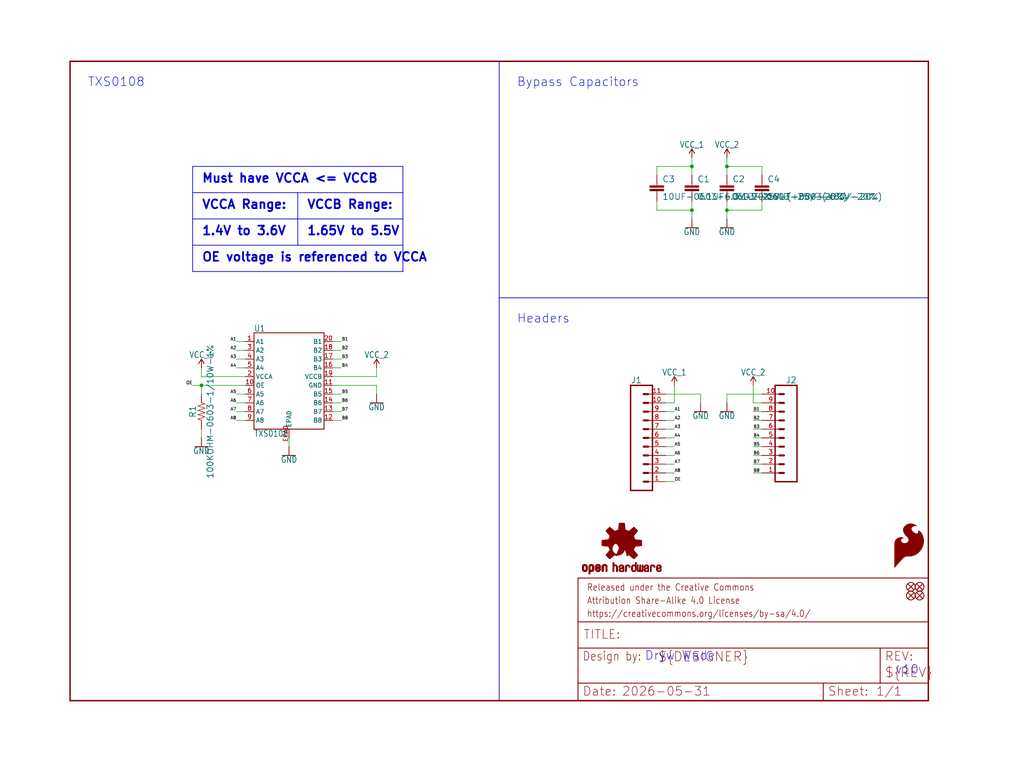
<source format=kicad_sch>
(kicad_sch (version 20230121) (generator eeschema)
  (paper "User" 297.002 223.926)
  (lib_symbols
    (symbol "working-eagle-import:0.1UF-0603-25V-(+80/-20%)"
      (property "Reference" "C" (at 1.524 2.921 0))
      (symbol "0.1UF-0603-25V-(+80/-20%)_1_0"
        (pin passive line (at 0 5.08 270) (length 2.54) (name "1") (number "1"))
        (pin passive line (at 0 -2.54 90) (length 2.54) (name "2") (number "2"))
      )
    )
    (symbol "working-eagle-import:100KOHM-0603-1/10W-1%"
      (property "Reference" "R" (at 0 1.524 0))
      (symbol "100KOHM-0603-1/10W-1%_1_0"
        (pin passive line (at -5.08 0 0) (length 2.54) (name "1") (number "1"))
        (pin passive line (at 5.08 0 180) (length 2.54) (name "2") (number "2"))
      )
    )
    (symbol "working-eagle-import:10UF-0603-6.3V-20%"
      (property "Reference" "C" (at 1.524 2.921 0))
      (symbol "10UF-0603-6.3V-20%_1_0"
        (pin passive line (at 0 5.08 270) (length 2.54) (name "1") (number "1"))
        (pin passive line (at 0 -2.54 90) (length 2.54) (name "2") (number "2"))
      )
    )
    (symbol "working-eagle-import:CONN_10NO_SILK_PTH_FEMALE"
      (property "Reference" "J" (at 0 8.128 0))
      (symbol "CONN_10NO_SILK_PTH_FEMALE_1_0"
        (pin passive line (at 10.16 -17.78 180) (length 5.08) (name "1") (number "1"))
        (pin passive line (at 10.16 5.08 180) (length 5.08) (name "10") (number "10"))
        (pin passive line (at 10.16 -15.24 180) (length 5.08) (name "2") (number "2"))
        (pin passive line (at 10.16 -12.7 180) (length 5.08) (name "3") (number "3"))
        (pin passive line (at 10.16 -10.16 180) (length 5.08) (name "4") (number "4"))
        (pin passive line (at 10.16 -7.62 180) (length 5.08) (name "5") (number "5"))
        (pin passive line (at 10.16 -5.08 180) (length 5.08) (name "6") (number "6"))
        (pin passive line (at 10.16 -2.54 180) (length 5.08) (name "7") (number "7"))
        (pin passive line (at 10.16 0 180) (length 5.08) (name "8") (number "8"))
        (pin passive line (at 10.16 2.54 180) (length 5.08) (name "9") (number "9"))
      )
    )
    (symbol "working-eagle-import:CONN_111X11_NO_SILK"
      (property "Reference" "J" (at 0 15.748 0))
      (symbol "CONN_111X11_NO_SILK_1_0"
        (pin passive line (at 10.16 -12.7 180) (length 5.08) (name "1") (number "1"))
        (pin passive line (at 10.16 10.16 180) (length 5.08) (name "10") (number "10"))
        (pin passive line (at 10.16 12.7 180) (length 5.08) (name "11") (number "11"))
        (pin passive line (at 10.16 -10.16 180) (length 5.08) (name "2") (number "2"))
        (pin passive line (at 10.16 -7.62 180) (length 5.08) (name "3") (number "3"))
        (pin passive line (at 10.16 -5.08 180) (length 5.08) (name "4") (number "4"))
        (pin passive line (at 10.16 -2.54 180) (length 5.08) (name "5") (number "5"))
        (pin passive line (at 10.16 0 180) (length 5.08) (name "6") (number "6"))
        (pin passive line (at 10.16 2.54 180) (length 5.08) (name "7") (number "7"))
        (pin passive line (at 10.16 5.08 180) (length 5.08) (name "8") (number "8"))
        (pin passive line (at 10.16 7.62 180) (length 5.08) (name "9") (number "9"))
      )
    )
    (symbol "working-eagle-import:FIDUCIAL1X2")
    (symbol "working-eagle-import:FRAME-LETTER"
      (symbol "FRAME-LETTER_2_0"
        (text "${#}/${##}" (at 86.36 1.27 0) (effects (font (size 2.54 2.54)) (justify left bottom)))
        (text "${CURRENT_DATE}" (at 12.7 1.27 0) (effects (font (size 2.54 2.54)) (justify left bottom)))
        (text "${DESIGNER}" (at 23.114 11.176 0) (effects (font (size 2.7432 2.7432)) (justify left bottom)))
        (text "${PROJECTNAME}" (at 15.494 17.78 0) (effects (font (size 2.7432 2.7432)) (justify left bottom)))
        (text "${REV}" (at 88.9 6.604 0) (effects (font (size 2.7432 2.7432)) (justify left bottom)))
        (text "Attribution Share-Alike 4.0 License" (at 2.54 27.94 0) (effects (font (size 1.9304 1.6408)) (justify left bottom)))
        (text "Date:" (at 1.27 1.27 0) (effects (font (size 2.54 2.54)) (justify left bottom)))
        (text "Design by:" (at 1.27 11.43 0) (effects (font (size 2.54 2.159)) (justify left bottom)))
        (text "https://creativecommons.org/licenses/by-sa/4.0/" (at 2.54 24.13 0) (effects (font (size 1.9304 1.6408)) (justify left bottom)))
        (text "Released under the Creative Commons" (at 2.54 31.75 0) (effects (font (size 1.9304 1.6408)) (justify left bottom)))
        (text "REV:" (at 88.9 11.43 0) (effects (font (size 2.54 2.54)) (justify left bottom)))
        (text "Sheet:" (at 72.39 1.27 0) (effects (font (size 2.54 2.54)) (justify left bottom)))
        (text "TITLE:" (at 1.524 17.78 0) (effects (font (size 2.54 2.54)) (justify left bottom)))
      )
    )
    (symbol "working-eagle-import:GND" (power)
      (property "Value" "GND" (at 0 -0.254 0))
      (symbol "GND_1_0"
        (pin power_in line (at 0 2.54 270) (length 2.54) (name "GND") (number "1"))
      )
    )
    (symbol "working-eagle-import:OSHW-LOGOS")
    (symbol "working-eagle-import:SFE_LOGO_FLAME.1_INCH")
    (symbol "working-eagle-import:TXS0108-VFQFN_20"
      (property "Reference" "U" (at -10.16 13.97 0))
      (symbol "TXS0108-VFQFN_20_1_0"
        (pin bidirectional line (at -12.7 10.16 0) (length 2.54) (name "A1") (number "1"))
        (pin bidirectional line (at -12.7 -2.54 0) (length 2.54) (name "OE") (number "10"))
        (pin bidirectional line (at 12.7 -2.54 180) (length 2.54) (name "GND") (number "11"))
        (pin bidirectional line (at 12.7 -12.7 180) (length 2.54) (name "B8") (number "12"))
        (pin bidirectional line (at 12.7 -10.16 180) (length 2.54) (name "B7") (number "13"))
        (pin bidirectional line (at 12.7 -7.62 180) (length 2.54) (name "B6") (number "14"))
        (pin bidirectional line (at 12.7 -5.08 180) (length 2.54) (name "B5") (number "15"))
        (pin bidirectional line (at 12.7 2.54 180) (length 2.54) (name "B4") (number "16"))
        (pin bidirectional line (at 12.7 5.08 180) (length 2.54) (name "B3") (number "17"))
        (pin bidirectional line (at 12.7 7.62 180) (length 2.54) (name "B2") (number "18"))
        (pin bidirectional line (at 12.7 0 180) (length 2.54) (name "VCCB") (number "19"))
        (pin bidirectional line (at -12.7 0 0) (length 2.54) (name "VCCA") (number "2"))
        (pin bidirectional line (at 12.7 10.16 180) (length 2.54) (name "B1") (number "20"))
        (pin bidirectional line (at -12.7 7.62 0) (length 2.54) (name "A2") (number "3"))
        (pin bidirectional line (at -12.7 5.08 0) (length 2.54) (name "A3") (number "4"))
        (pin bidirectional line (at -12.7 2.54 0) (length 2.54) (name "A4") (number "5"))
        (pin bidirectional line (at -12.7 -5.08 0) (length 2.54) (name "A5") (number "6"))
        (pin bidirectional line (at -12.7 -7.62 0) (length 2.54) (name "A6") (number "7"))
        (pin bidirectional line (at -12.7 -10.16 0) (length 2.54) (name "A7") (number "8"))
        (pin bidirectional line (at -12.7 -12.7 0) (length 2.54) (name "A8") (number "9"))
        (pin bidirectional line (at 0 -17.78 90) (length 2.54) (name "EPAD") (number "EPAD"))
      )
    )
    (symbol "working-eagle-import:VCC_1" (power)
      (property "Value" "VCC_1" (at 0 2.794 0))
      (symbol "VCC_1_1_0"
        (pin power_in line (at 0 0 90) (length 2.54) (name "VCC_1") (number "1"))
      )
    )
    (symbol "working-eagle-import:VCC_2" (power)
      (property "Value" "VCC_2" (at 0 2.794 0))
      (symbol "VCC_2_1_0"
        (pin power_in line (at 0 0 90) (length 2.54) (name "VCC_2") (number "1"))
      )
    )
  )
  (junction (at 200.66 48.26))
  (junction (at 200.66 60.96))
  (junction (at 58.42 111.76))
  (junction (at 210.82 48.26))
  (junction (at 210.82 60.96))
  (wire (pts (xy 71.12 99.06) (xy 68.58 99.06)) (stroke (width 0.1524)))
  (polyline (pts (xy 55.88 63.5) (xy 55.88 71.12)) (stroke (width 0.2032) (type solid)))
  (wire (pts (xy 96.52 114.3) (xy 99.06 114.3)) (stroke (width 0.1524)))
  (wire (pts (xy 193.04 139.7) (xy 195.58 139.7)) (stroke (width 0.1524)))
  (wire (pts (xy 193.04 121.92) (xy 195.58 121.92)) (stroke (width 0.1524)))
  (polyline (pts (xy 55.88 55.88) (xy 86.36 55.88)) (stroke (width 0.2032) (type solid)))
  (wire (pts (xy 220.98 119.38) (xy 218.44 119.38)) (stroke (width 0.1524)))
  (wire (pts (xy 195.58 116.84) (xy 195.58 111.76)) (stroke (width 0.1524)))
  (wire (pts (xy 71.12 101.6) (xy 68.58 101.6)) (stroke (width 0.1524)))
  (wire (pts (xy 203.2 114.3) (xy 203.2 116.84)) (stroke (width 0.1524)))
  (polyline (pts (xy 86.36 71.12) (xy 116.84 71.12)) (stroke (width 0.2032) (type solid)))
  (polyline (pts (xy 116.84 71.12) (xy 116.84 63.5)) (stroke (width 0.2032) (type solid)))
  (wire (pts (xy 96.52 116.84) (xy 99.06 116.84)) (stroke (width 0.1524)))
  (polyline (pts (xy 144.78 86.36) (xy 269.24 86.36)) (stroke (width 0.2032) (type solid)))
  (polyline (pts (xy 86.36 55.88) (xy 86.36 71.12)) (stroke (width 0.2032) (type solid)))
  (wire (pts (xy 193.04 129.54) (xy 195.58 129.54)) (stroke (width 0.1524)))
  (polyline (pts (xy 116.84 55.88) (xy 116.84 48.26)) (stroke (width 0.2032) (type solid)))
  (wire (pts (xy 220.98 48.26) (xy 210.82 48.26)) (stroke (width 0.1524)))
  (polyline (pts (xy 116.84 63.5) (xy 116.84 55.88)) (stroke (width 0.2032) (type solid)))
  (wire (pts (xy 96.52 101.6) (xy 99.06 101.6)) (stroke (width 0.1524)))
  (wire (pts (xy 220.98 134.62) (xy 218.44 134.62)) (stroke (width 0.1524)))
  (wire (pts (xy 96.52 99.06) (xy 99.06 99.06)) (stroke (width 0.1524)))
  (wire (pts (xy 220.98 116.84) (xy 218.44 116.84)) (stroke (width 0.1524)))
  (wire (pts (xy 96.52 121.92) (xy 99.06 121.92)) (stroke (width 0.1524)))
  (polyline (pts (xy 55.88 71.12) (xy 55.88 78.74)) (stroke (width 0.2032) (type solid)))
  (wire (pts (xy 200.66 45.72) (xy 200.66 48.26)) (stroke (width 0.1524)))
  (wire (pts (xy 71.12 116.84) (xy 68.58 116.84)) (stroke (width 0.1524)))
  (wire (pts (xy 190.5 50.8) (xy 190.5 48.26)) (stroke (width 0.1524)))
  (wire (pts (xy 220.98 132.08) (xy 218.44 132.08)) (stroke (width 0.1524)))
  (polyline (pts (xy 55.88 55.88) (xy 55.88 63.5)) (stroke (width 0.2032) (type solid)))
  (wire (pts (xy 190.5 58.42) (xy 190.5 60.96)) (stroke (width 0.1524)))
  (wire (pts (xy 71.12 114.3) (xy 68.58 114.3)) (stroke (width 0.1524)))
  (wire (pts (xy 220.98 129.54) (xy 218.44 129.54)) (stroke (width 0.1524)))
  (polyline (pts (xy 144.78 17.78) (xy 144.78 86.36)) (stroke (width 0.2032) (type solid)))
  (wire (pts (xy 58.42 114.3) (xy 58.42 111.76)) (stroke (width 0.1524)))
  (wire (pts (xy 190.5 60.96) (xy 200.66 60.96)) (stroke (width 0.1524)))
  (wire (pts (xy 71.12 104.14) (xy 68.58 104.14)) (stroke (width 0.1524)))
  (wire (pts (xy 193.04 119.38) (xy 195.58 119.38)) (stroke (width 0.1524)))
  (polyline (pts (xy 55.88 63.5) (xy 116.84 63.5)) (stroke (width 0.2032) (type solid)))
  (polyline (pts (xy 55.88 78.74) (xy 116.84 78.74)) (stroke (width 0.2032) (type solid)))
  (wire (pts (xy 83.82 129.54) (xy 83.82 127)) (stroke (width 0.1524)))
  (wire (pts (xy 210.82 45.72) (xy 210.82 48.26)) (stroke (width 0.1524)))
  (wire (pts (xy 58.42 106.68) (xy 58.42 109.22)) (stroke (width 0.1524)))
  (wire (pts (xy 109.22 109.22) (xy 109.22 106.68)) (stroke (width 0.1524)))
  (wire (pts (xy 58.42 109.22) (xy 71.12 109.22)) (stroke (width 0.1524)))
  (polyline (pts (xy 86.36 55.88) (xy 116.84 55.88)) (stroke (width 0.2032) (type solid)))
  (wire (pts (xy 220.98 124.46) (xy 218.44 124.46)) (stroke (width 0.1524)))
  (wire (pts (xy 71.12 106.68) (xy 68.58 106.68)) (stroke (width 0.1524)))
  (wire (pts (xy 220.98 58.42) (xy 220.98 60.96)) (stroke (width 0.1524)))
  (wire (pts (xy 220.98 121.92) (xy 218.44 121.92)) (stroke (width 0.1524)))
  (wire (pts (xy 220.98 50.8) (xy 220.98 48.26)) (stroke (width 0.1524)))
  (wire (pts (xy 220.98 127) (xy 218.44 127)) (stroke (width 0.1524)))
  (polyline (pts (xy 116.84 48.26) (xy 55.88 48.26)) (stroke (width 0.2032) (type solid)))
  (polyline (pts (xy 144.78 86.36) (xy 144.78 203.2)) (stroke (width 0.2032) (type solid)))
  (wire (pts (xy 193.04 116.84) (xy 195.58 116.84)) (stroke (width 0.1524)))
  (wire (pts (xy 96.52 104.14) (xy 99.06 104.14)) (stroke (width 0.1524)))
  (wire (pts (xy 220.98 137.16) (xy 218.44 137.16)) (stroke (width 0.1524)))
  (wire (pts (xy 193.04 132.08) (xy 195.58 132.08)) (stroke (width 0.1524)))
  (wire (pts (xy 190.5 48.26) (xy 200.66 48.26)) (stroke (width 0.1524)))
  (wire (pts (xy 210.82 48.26) (xy 210.82 50.8)) (stroke (width 0.1524)))
  (wire (pts (xy 109.22 111.76) (xy 109.22 114.3)) (stroke (width 0.1524)))
  (polyline (pts (xy 55.88 48.26) (xy 55.88 55.88)) (stroke (width 0.2032) (type solid)))
  (wire (pts (xy 193.04 127) (xy 195.58 127)) (stroke (width 0.1524)))
  (wire (pts (xy 96.52 106.68) (xy 99.06 106.68)) (stroke (width 0.1524)))
  (polyline (pts (xy 55.88 71.12) (xy 86.36 71.12)) (stroke (width 0.2032) (type solid)))
  (wire (pts (xy 200.66 48.26) (xy 200.66 50.8)) (stroke (width 0.1524)))
  (wire (pts (xy 210.82 114.3) (xy 210.82 116.84)) (stroke (width 0.1524)))
  (wire (pts (xy 71.12 121.92) (xy 68.58 121.92)) (stroke (width 0.1524)))
  (wire (pts (xy 218.44 116.84) (xy 218.44 111.76)) (stroke (width 0.1524)))
  (wire (pts (xy 96.52 119.38) (xy 99.06 119.38)) (stroke (width 0.1524)))
  (wire (pts (xy 193.04 134.62) (xy 195.58 134.62)) (stroke (width 0.1524)))
  (wire (pts (xy 200.66 60.96) (xy 200.66 63.5)) (stroke (width 0.1524)))
  (wire (pts (xy 193.04 124.46) (xy 195.58 124.46)) (stroke (width 0.1524)))
  (wire (pts (xy 220.98 60.96) (xy 210.82 60.96)) (stroke (width 0.1524)))
  (wire (pts (xy 55.88 111.76) (xy 58.42 111.76)) (stroke (width 0.1524)))
  (wire (pts (xy 193.04 137.16) (xy 195.58 137.16)) (stroke (width 0.1524)))
  (wire (pts (xy 96.52 111.76) (xy 109.22 111.76)) (stroke (width 0.1524)))
  (wire (pts (xy 71.12 119.38) (xy 68.58 119.38)) (stroke (width 0.1524)))
  (wire (pts (xy 210.82 63.5) (xy 210.82 60.96)) (stroke (width 0.1524)))
  (wire (pts (xy 200.66 58.42) (xy 200.66 60.96)) (stroke (width 0.1524)))
  (wire (pts (xy 96.52 109.22) (xy 109.22 109.22)) (stroke (width 0.1524)))
  (polyline (pts (xy 116.84 78.74) (xy 116.84 71.12)) (stroke (width 0.2032) (type solid)))
  (wire (pts (xy 193.04 114.3) (xy 203.2 114.3)) (stroke (width 0.1524)))
  (wire (pts (xy 58.42 111.76) (xy 71.12 111.76)) (stroke (width 0.1524)))
  (wire (pts (xy 58.42 124.46) (xy 58.42 127)) (stroke (width 0.1524)))
  (wire (pts (xy 220.98 114.3) (xy 210.82 114.3)) (stroke (width 0.1524)))
  (wire (pts (xy 210.82 60.96) (xy 210.82 58.42)) (stroke (width 0.1524)))
  (text "VCCA Range:" (at 58.42 60.96 0) (effects (font (size 2.54 2.54) (thickness 0.508) bold) (justify left bottom)))
  (text "TXS0108" (at 25.4 25.4 0) (effects (font (size 2.54 2.54)) (justify left bottom)))
  (text "Headers" (at 149.86 93.98 0) (effects (font (size 2.54 2.54)) (justify left bottom)))
  (text "Must have VCCA <= VCCB~{}" (at 58.42 53.34 0) (effects (font (size 2.54 2.54) (thickness 0.508) bold) (justify left bottom)))
  (text "OE voltage is referenced to VCCA" (at 58.42 76.2 0) (effects (font (size 2.54 2.54) (thickness 0.508) bold) (justify left bottom)))
  (text "v10" (at 259.588 195.834 0) (effects (font (size 2.54 2.54)) (justify left bottom)))
  (text "1.65V to 5.5V" (at 88.9 68.58 0) (effects (font (size 2.54 2.54) (thickness 0.508) bold) (justify left bottom)))
  (text "VCCB Range:" (at 88.9 60.96 0) (effects (font (size 2.54 2.54) (thickness 0.508) bold) (justify left bottom)))
  (text "1.4V to 3.6V" (at 58.42 68.58 0) (effects (font (size 2.54 2.54) (thickness 0.508) bold) (justify left bottom)))
  (text "Bypass Capacitors" (at 149.86 25.4 0) (effects (font (size 2.54 2.54)) (justify left bottom)))
  (text "Dryw Wade" (at 186.944 191.77 0) (effects (font (size 2.54 2.54)) (justify left bottom)))
  (label "B8" (at 99.06 121.92 0) (effects (font (size 0.889 0.889))))
  (label "B3" (at 218.44 124.46 0) (effects (font (size 0.889 0.889))))
  (label "B4" (at 99.06 106.68 0) (effects (font (size 0.889 0.889))))
  (label "A3" (at 68.58 104.14 180) (effects (font (size 0.889 0.889))))
  (label "A5" (at 195.58 129.54 0) (effects (font (size 0.889 0.889))))
  (label "B1" (at 99.06 99.06 0) (effects (font (size 0.889 0.889))))
  (label "A5" (at 68.58 114.3 180) (effects (font (size 0.889 0.889))))
  (label "A1" (at 195.58 119.38 0) (effects (font (size 0.889 0.889))))
  (label "B5" (at 99.06 114.3 0) (effects (font (size 0.889 0.889))))
  (label "A1" (at 68.58 99.06 180) (effects (font (size 0.889 0.889))))
  (label "OE" (at 55.88 111.76 180) (effects (font (size 0.889 0.889))))
  (label "B8" (at 218.44 137.16 0) (effects (font (size 0.889 0.889))))
  (label "B3" (at 99.06 104.14 0) (effects (font (size 0.889 0.889))))
  (label "B2" (at 99.06 101.6 0) (effects (font (size 0.889 0.889))))
  (label "B4" (at 218.44 127 0) (effects (font (size 0.889 0.889))))
  (label "B2" (at 218.44 121.92 0) (effects (font (size 0.889 0.889))))
  (label "A8" (at 68.58 121.92 180) (effects (font (size 0.889 0.889))))
  (label "B5" (at 218.44 129.54 0) (effects (font (size 0.889 0.889))))
  (label "B6" (at 99.06 116.84 0) (effects (font (size 0.889 0.889))))
  (label "B7" (at 218.44 134.62 0) (effects (font (size 0.889 0.889))))
  (label "B1" (at 218.44 119.38 0) (effects (font (size 0.889 0.889))))
  (label "OE" (at 195.58 139.7 0) (effects (font (size 0.889 0.889))))
  (label "A2" (at 68.58 101.6 180) (effects (font (size 0.889 0.889))))
  (label "B7" (at 99.06 119.38 0) (effects (font (size 0.889 0.889))))
  (label "A4" (at 195.58 127 0) (effects (font (size 0.889 0.889))))
  (label "A2" (at 195.58 121.92 0) (effects (font (size 0.889 0.889))))
  (label "A6" (at 195.58 132.08 0) (effects (font (size 0.889 0.889))))
  (label "A4" (at 68.58 106.68 180) (effects (font (size 0.889 0.889))))
  (label "B6" (at 218.44 132.08 0) (effects (font (size 0.889 0.889))))
  (label "A7" (at 195.58 134.62 0) (effects (font (size 0.889 0.889))))
  (label "A8" (at 195.58 137.16 0) (effects (font (size 0.889 0.889))))
  (label "A7" (at 68.58 119.38 180) (effects (font (size 0.889 0.889))))
  (label "A3" (at 195.58 124.46 0) (effects (font (size 0.889 0.889))))
  (label "A6" (at 68.58 116.84 180) (effects (font (size 0.889 0.889))))
  (symbol (lib_id "working-eagle-import:GND") (at 210.82 66.04 0) (unit 1)
    (property "Reference" "#GND6" (effects hide))
    (property "Value" "GND" (at 210.82 66.294 0) (effects (font (size 1.778 1.5113)) (justify top)))
  )
  (symbol (lib_id "working-eagle-import:GND") (at 109.22 116.84 0) (unit 1)
    (property "Reference" "#GND4" (effects hide))
    (property "Value" "GND" (at 109.22 117.094 0) (effects (font (size 1.778 1.5113)) (justify top)))
  )
  (symbol (lib_id "working-eagle-import:VCC_2") (at 109.22 106.68 0) (unit 1)
    (property "Reference" "#SUPPLY3" (effects hide))
    (property "Value" "VCC_2" (at 109.22 103.886 0) (effects (font (size 1.778 1.5113)) (justify bottom)))
  )
  (symbol (lib_id "working-eagle-import:VCC_1") (at 200.66 45.72 0) (unit 1)
    (property "Reference" "#SUPPLY2" (effects hide))
    (property "Value" "VCC_1" (at 200.66 42.926 0) (effects (font (size 1.778 1.5113)) (justify bottom)))
  )
  (symbol (lib_id "working-eagle-import:CONN_111X11_NO_SILK") (at 182.88 127 0) (unit 1)
    (property "Reference" "J1" (at 182.88 111.252 0) (effects (font (size 1.778 1.778)) (justify left bottom)))
    (property "Value" "CONN_111X11_NO_SILK" (effects hide))
    (property "Footprint" "working:1X11_NO_SILK" (effects hide))
  )
  (symbol (lib_id "working-eagle-import:FIDUCIAL1X2") (at 264.16 172.72 0) (unit 1)
    (property "Reference" "FD2" (effects hide))
    (property "Value" "FIDUCIAL1X2" (effects hide))
    (property "Footprint" "working:FIDUCIAL-1X2" (effects hide))
  )
  (symbol (lib_id "working-eagle-import:GND") (at 200.66 66.04 0) (unit 1)
    (property "Reference" "#GND5" (effects hide))
    (property "Value" "GND" (at 200.66 66.294 0) (effects (font (size 1.778 1.5113)) (justify top)))
  )
  (symbol (lib_id "working-eagle-import:FIDUCIAL1X2") (at 266.7 170.18 0) (unit 1)
    (property "Reference" "FD1" (effects hide))
    (property "Value" "FIDUCIAL1X2" (effects hide))
    (property "Footprint" "working:FIDUCIAL-1X2" (effects hide))
  )
  (symbol (lib_id "working-eagle-import:OSHW-LOGOS") (at 180.34 157.48 0) (unit 1)
    (property "Reference" "LOGO1" (effects hide))
    (property "Value" "OSHW-LOGOS" (effects hide))
    (property "Footprint" "working:OSHW-LOGO-S" (effects hide))
  )
  (symbol (lib_id "working-eagle-import:FIDUCIAL1X2") (at 264.16 170.18 0) (unit 1)
    (property "Reference" "FD4" (effects hide))
    (property "Value" "FIDUCIAL1X2" (effects hide))
    (property "Footprint" "working:FIDUCIAL-1X2" (effects hide))
  )
  (symbol (lib_id "working-eagle-import:VCC_1") (at 58.42 106.68 0) (unit 1)
    (property "Reference" "#SUPPLY1" (effects hide))
    (property "Value" "VCC_1" (at 58.42 103.886 0) (effects (font (size 1.778 1.5113)) (justify bottom)))
  )
  (symbol (lib_id "working-eagle-import:GND") (at 203.2 119.38 0) (unit 1)
    (property "Reference" "#GND2" (effects hide))
    (property "Value" "GND" (at 203.2 119.634 0) (effects (font (size 1.778 1.5113)) (justify top)))
  )
  (symbol (lib_id "working-eagle-import:FRAME-LETTER") (at 167.64 203.2 0) (unit 2)
    (property "Reference" "FRAME1" (effects hide))
    (property "Value" "FRAME-LETTER" (effects hide))
    (property "Footprint" "working:CREATIVE_COMMONS" (effects hide))
  )
  (symbol (lib_id "working-eagle-import:GND") (at 210.82 119.38 0) (unit 1)
    (property "Reference" "#GND1" (effects hide))
    (property "Value" "GND" (at 210.82 119.634 0) (effects (font (size 1.778 1.5113)) (justify top)))
  )
  (symbol (lib_id "working-eagle-import:FRAME-LETTER") (at 20.32 203.2 0) (unit 1)
    (property "Reference" "FRAME1" (effects hide))
    (property "Value" "FRAME-LETTER" (effects hide))
    (property "Footprint" "working:CREATIVE_COMMONS" (effects hide))
  )
  (symbol (lib_id "working-eagle-import:0.1UF-0603-25V-(+80/-20%)") (at 200.66 55.88 0) (unit 1)
    (property "Reference" "C1" (at 202.184 52.959 0) (effects (font (size 1.778 1.778)) (justify left bottom)))
    (property "Value" "0.1UF-0603-25V-(+80/-20%)" (at 202.184 58.039 0) (effects (font (size 1.778 1.778)) (justify left bottom)))
    (property "Footprint" "working:0603" (effects hide))
  )
  (symbol (lib_id "working-eagle-import:SFE_LOGO_FLAME.1_INCH") (at 259.08 165.1 0) (unit 1)
    (property "Reference" "LOGO2" (effects hide))
    (property "Value" "SFE_LOGO_FLAME.1_INCH" (effects hide))
    (property "Footprint" "working:SFE_LOGO_FLAME_.1" (effects hide))
  )
  (symbol (lib_id "working-eagle-import:VCC_2") (at 210.82 45.72 0) (unit 1)
    (property "Reference" "#SUPPLY4" (effects hide))
    (property "Value" "VCC_2" (at 210.82 42.926 0) (effects (font (size 1.778 1.5113)) (justify bottom)))
  )
  (symbol (lib_id "working-eagle-import:10UF-0603-6.3V-20%") (at 190.5 55.88 0) (unit 1)
    (property "Reference" "C3" (at 192.024 52.959 0) (effects (font (size 1.778 1.778)) (justify left bottom)))
    (property "Value" "10UF-0603-6.3V-20%" (at 192.024 58.039 0) (effects (font (size 1.778 1.778)) (justify left bottom)))
    (property "Footprint" "working:0603" (effects hide))
  )
  (symbol (lib_id "working-eagle-import:VCC_1") (at 195.58 111.76 0) (unit 1)
    (property "Reference" "#SUPPLY5" (effects hide))
    (property "Value" "VCC_1" (at 195.58 108.966 0) (effects (font (size 1.778 1.5113)) (justify bottom)))
  )
  (symbol (lib_id "working-eagle-import:100KOHM-0603-1/10W-1%") (at 58.42 119.38 90) (unit 1)
    (property "Reference" "R1" (at 56.896 119.38 0) (effects (font (size 1.778 1.778)) (justify bottom)))
    (property "Value" "100KOHM-0603-1/10W-1%" (at 59.944 119.38 0) (effects (font (size 1.778 1.778)) (justify top)))
    (property "Footprint" "working:0603" (effects hide))
  )
  (symbol (lib_id "working-eagle-import:0.1UF-0603-25V-(+80/-20%)") (at 210.82 55.88 0) (unit 1)
    (property "Reference" "C2" (at 212.344 52.959 0) (effects (font (size 1.778 1.778)) (justify left bottom)))
    (property "Value" "0.1UF-0603-25V-(+80/-20%)" (at 212.344 58.039 0) (effects (font (size 1.778 1.778)) (justify left bottom)))
    (property "Footprint" "working:0603" (effects hide))
  )
  (symbol (lib_id "working-eagle-import:FIDUCIAL1X2") (at 266.7 172.72 0) (unit 1)
    (property "Reference" "FD3" (effects hide))
    (property "Value" "FIDUCIAL1X2" (effects hide))
    (property "Footprint" "working:FIDUCIAL-1X2" (effects hide))
  )
  (symbol (lib_id "working-eagle-import:10UF-0603-6.3V-20%") (at 220.98 55.88 0) (unit 1)
    (property "Reference" "C4" (at 222.504 52.959 0) (effects (font (size 1.778 1.778)) (justify left bottom)))
    (property "Value" "10UF-0603-6.3V-20%" (at 222.504 58.039 0) (effects (font (size 1.778 1.778)) (justify left bottom)))
    (property "Footprint" "working:0603" (effects hide))
  )
  (symbol (lib_id "working-eagle-import:GND") (at 83.82 132.08 0) (unit 1)
    (property "Reference" "#GND7" (effects hide))
    (property "Value" "GND" (at 83.82 132.334 0) (effects (font (size 1.778 1.5113)) (justify top)))
  )
  (symbol (lib_id "working-eagle-import:TXS0108-VFQFN_20") (at 83.82 109.22 0) (unit 1)
    (property "Reference" "U1" (at 73.66 95.25 0) (effects (font (size 1.778 1.5113)) (justify left)))
    (property "Value" "TXS0108" (at 73.66 125.73 0) (effects (font (size 1.778 1.5113)) (justify left)))
    (property "Footprint" "working:VFQFN-20" (effects hide))
  )
  (symbol (lib_id "working-eagle-import:CONN_10NO_SILK_PTH_FEMALE") (at 231.14 119.38 0) (mirror y) (unit 1)
    (property "Reference" "J2" (at 231.14 111.252 0) (effects (font (size 1.778 1.778)) (justify left bottom)))
    (property "Value" "CONN_10NO_SILK_PTH_FEMALE" (effects hide))
    (property "Footprint" "working:1X10_NO_SILK" (effects hide))
  )
  (symbol (lib_id "working-eagle-import:VCC_2") (at 218.44 111.76 0) (unit 1)
    (property "Reference" "#SUPPLY6" (effects hide))
    (property "Value" "VCC_2" (at 218.44 108.966 0) (effects (font (size 1.778 1.5113)) (justify bottom)))
  )
  (symbol (lib_id "working-eagle-import:GND") (at 58.42 129.54 0) (unit 1)
    (property "Reference" "#GND3" (effects hide))
    (property "Value" "GND" (at 58.42 129.794 0) (effects (font (size 1.778 1.5113)) (justify top)))
  )
)
</source>
